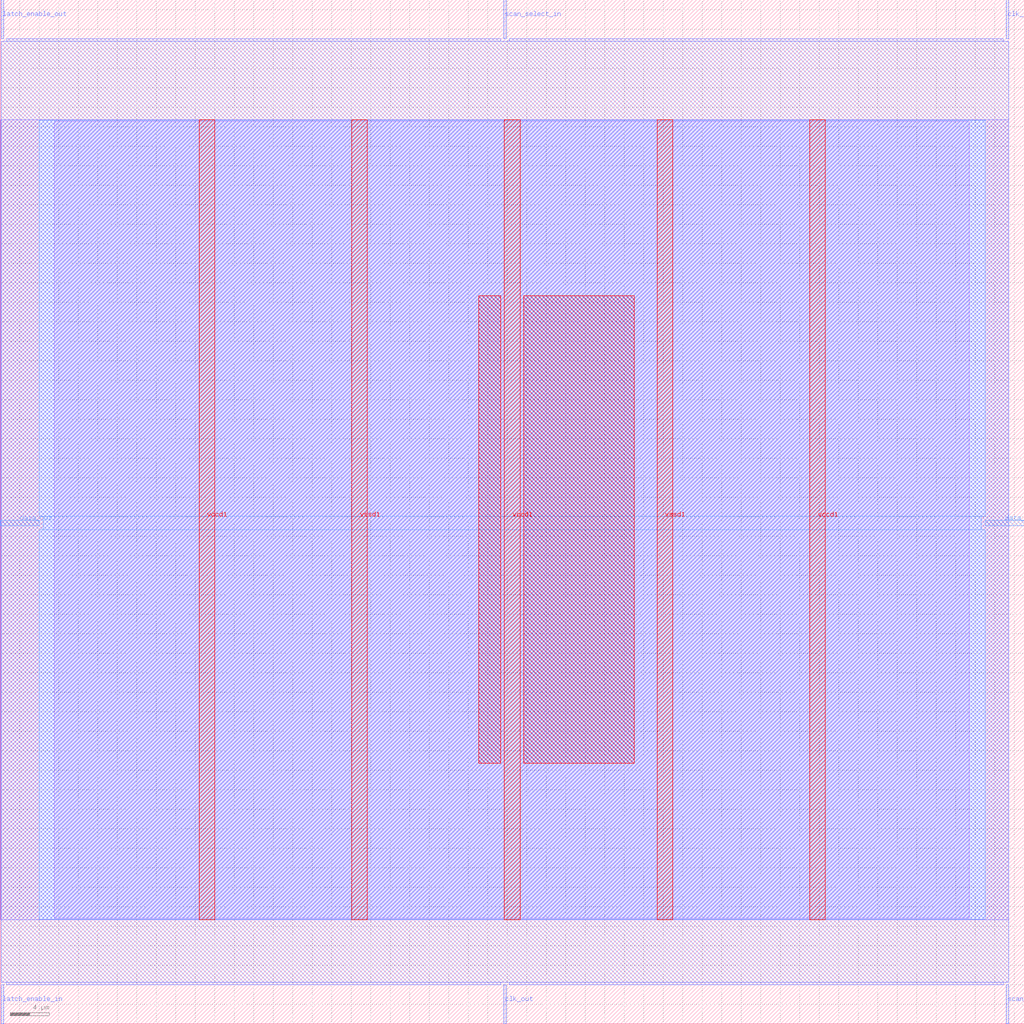
<source format=lef>
VERSION 5.7 ;
  NOWIREEXTENSIONATPIN ON ;
  DIVIDERCHAR "/" ;
  BUSBITCHARS "[]" ;
MACRO scan_wrapper_341631485498884690
  CLASS BLOCK ;
  FOREIGN scan_wrapper_341631485498884690 ;
  ORIGIN 0.000 0.000 ;
  SIZE 105.000 BY 105.000 ;
  PIN clk_in
    DIRECTION INPUT ;
    USE SIGNAL ;
    PORT
      LAYER met2 ;
        RECT 103.130 101.000 103.410 105.000 ;
    END
  END clk_in
  PIN clk_out
    DIRECTION OUTPUT TRISTATE ;
    USE SIGNAL ;
    PORT
      LAYER met2 ;
        RECT 51.610 0.000 51.890 4.000 ;
    END
  END clk_out
  PIN data_in
    DIRECTION INPUT ;
    USE SIGNAL ;
    PORT
      LAYER met3 ;
        RECT 101.000 51.040 105.000 51.640 ;
    END
  END data_in
  PIN data_out
    DIRECTION OUTPUT TRISTATE ;
    USE SIGNAL ;
    PORT
      LAYER met3 ;
        RECT 0.000 51.040 4.000 51.640 ;
    END
  END data_out
  PIN latch_enable_in
    DIRECTION INPUT ;
    USE SIGNAL ;
    PORT
      LAYER met2 ;
        RECT 0.090 0.000 0.370 4.000 ;
    END
  END latch_enable_in
  PIN latch_enable_out
    DIRECTION OUTPUT TRISTATE ;
    USE SIGNAL ;
    PORT
      LAYER met2 ;
        RECT 0.090 101.000 0.370 105.000 ;
    END
  END latch_enable_out
  PIN scan_select_in
    DIRECTION INPUT ;
    USE SIGNAL ;
    PORT
      LAYER met2 ;
        RECT 51.610 101.000 51.890 105.000 ;
    END
  END scan_select_in
  PIN scan_select_out
    DIRECTION OUTPUT TRISTATE ;
    USE SIGNAL ;
    PORT
      LAYER met2 ;
        RECT 103.130 0.000 103.410 4.000 ;
    END
  END scan_select_out
  PIN vccd1
    DIRECTION INPUT ;
    USE POWER ;
    PORT
      LAYER met4 ;
        RECT 20.380 10.640 21.980 92.720 ;
    END
    PORT
      LAYER met4 ;
        RECT 51.700 10.640 53.300 92.720 ;
    END
    PORT
      LAYER met4 ;
        RECT 83.020 10.640 84.620 92.720 ;
    END
  END vccd1
  PIN vssd1
    DIRECTION INPUT ;
    USE GROUND ;
    PORT
      LAYER met4 ;
        RECT 36.040 10.640 37.640 92.720 ;
    END
    PORT
      LAYER met4 ;
        RECT 67.360 10.640 68.960 92.720 ;
    END
  END vssd1
  OBS
      LAYER li1 ;
        RECT 5.520 10.795 99.360 92.565 ;
      LAYER met1 ;
        RECT 0.070 10.640 103.430 92.720 ;
      LAYER met2 ;
        RECT 0.650 100.720 51.330 101.000 ;
        RECT 52.170 100.720 102.850 101.000 ;
        RECT 0.100 4.280 103.400 100.720 ;
        RECT 0.650 4.000 51.330 4.280 ;
        RECT 52.170 4.000 102.850 4.280 ;
      LAYER met3 ;
        RECT 4.000 52.040 101.000 92.645 ;
        RECT 4.400 50.640 100.600 52.040 ;
        RECT 4.000 10.715 101.000 50.640 ;
      LAYER met4 ;
        RECT 49.055 26.695 51.300 74.625 ;
        RECT 53.700 26.695 65.025 74.625 ;
  END
END scan_wrapper_341631485498884690
END LIBRARY


</source>
